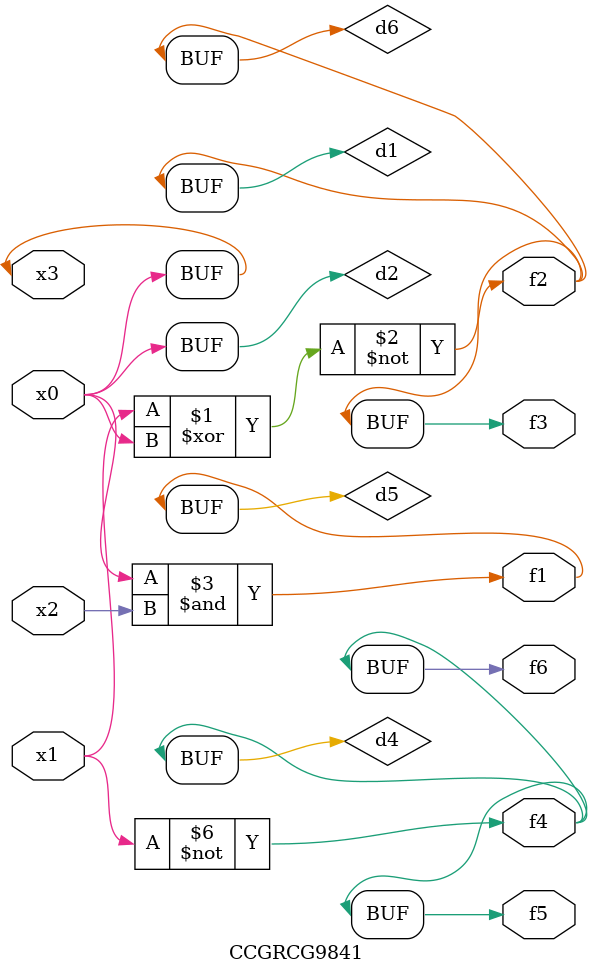
<source format=v>
module CCGRCG9841(
	input x0, x1, x2, x3,
	output f1, f2, f3, f4, f5, f6
);

	wire d1, d2, d3, d4, d5, d6;

	xnor (d1, x1, x3);
	buf (d2, x0, x3);
	nand (d3, x0, x2);
	not (d4, x1);
	nand (d5, d3);
	or (d6, d1);
	assign f1 = d5;
	assign f2 = d6;
	assign f3 = d6;
	assign f4 = d4;
	assign f5 = d4;
	assign f6 = d4;
endmodule

</source>
